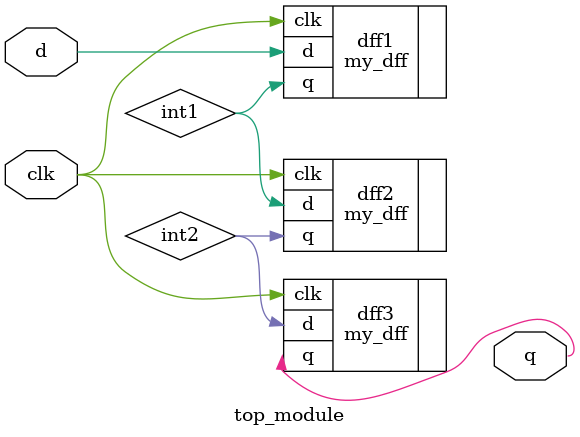
<source format=v>
module top_module ( input clk, input d, output q );
    wire int1, int2;
    
    my_dff dff1(.clk(clk), .d(d), .q(int1));
    my_dff dff2(.clk(clk), .d(int1), .q(int2));
    my_dff dff3(.clk(clk), .d(int2), .q(q));

endmodule
</source>
